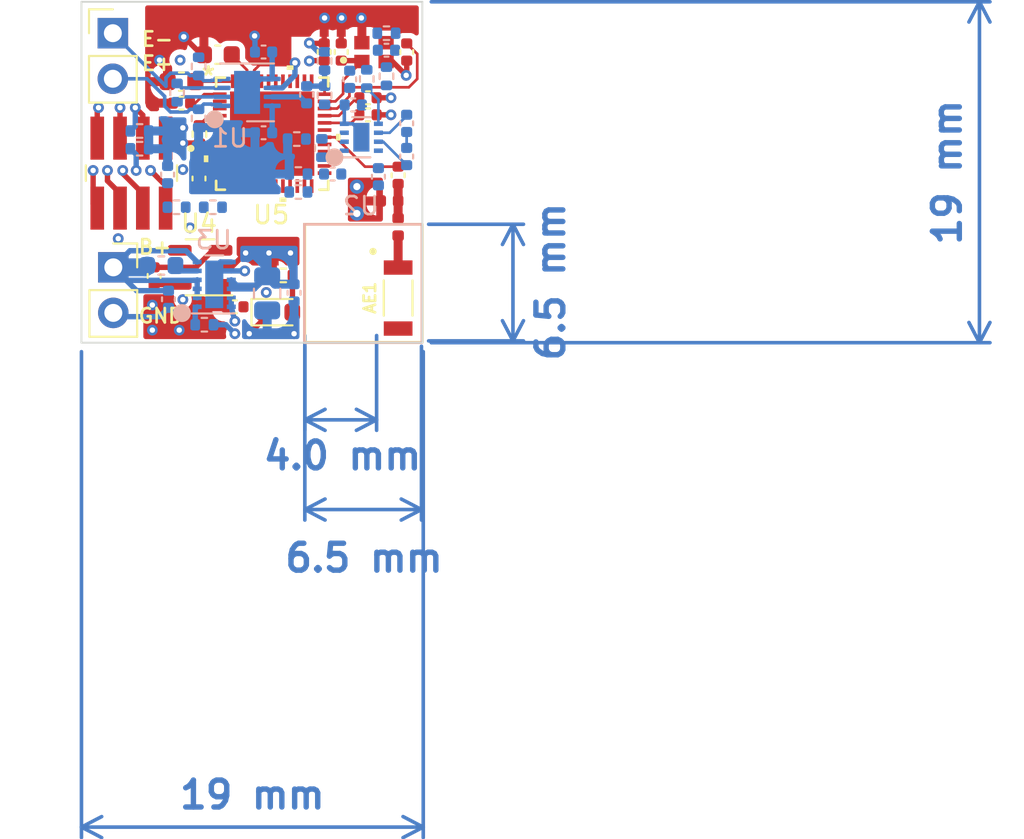
<source format=kicad_pcb>
(kicad_pcb (version 20221018) (generator pcbnew)
  (layers (0 "F.Cu" signal) (1 "In1.Cu" power) (2 "In2.Cu" power) (31 "B.Cu" signal) (34 "B.Paste" user) (35 "F.Paste" user) (36 "B.SilkS" user "B.Silkscreen") (37 "F.SilkS" user "F.Silkscreen") (38 "B.Mask" user) (39 "F.Mask" user) (44 "Edge.Cuts" user))
  (net 0 "")
  (net 1 "GND")
  (net 2 "+3V3")
  (net 3 "Net-(AE1-FEED)")
  (net 5 "Net-(BT1-+)")
  (net 6 "Net-(U1-OUT)")
  (net 7 "Net-(C1-Pad2)")
  (net 8 "Net-(U2-IN1+)")
  (net 9 "Net-(C2-Pad2)")
  (net 10 "Net-(U2-OUT2)")
  (net 11 "Net-(C3-Pad2)")
  (net 12 "Net-(U2-IN2+)")
  (net 13 "Net-(C5-Pad1)")
  (net 14 "Net-(U2-IN2-)")
  (net 15 "Net-(C7-Pad1)")
  (net 16 "STAGE_3_OUT")
  (net 17 "Net-(U4-CFLY+)")
  (net 18 "Net-(U4-CFLY-)")
  (net 19 "-3V3")
  (net 20 "Net-(U5-DEC1)")
  (net 21 "Net-(C15-Pad1)")
  (net 22 "Net-(U5-ANT)")
  (net 23 "Net-(U5-XC2)")
  (net 24 "Net-(U5-DEC3)")
  (net 25 "Net-(U5-XC1)")
  (net 26 "Net-(U5-DEC4)")
  (net 27 "Net-(U5-DEC2)")
  (net 28 "Net-(D1-A)")
  (net 29 "NRST")
  (net 30 "SWO")
  (net 31 "SWDCLK")
  (net 32 "SWDIO")
  (net 33 "Net-(U3-SW)")
  (net 34 "Net-(R3-Pad1)")
  (net 35 "Net-(R3-Pad2)")
  (net 36 "Net-(U2-IN1-)")
  (net 37 "Net-(U3-OSEL)")
  (net 38 "Net-(U5-P0.02{slash}AIN0)")
  (net 70 "/EEG-")
  (net 71 "/EEG+")
  (net 72 "Net-(U2-OUT1)")
  (footprint "Capacitor_SMD:C_0402_1005Metric" (layer "F.Cu") (at 83.3 67 180)
    (fp_text reference "C11" hide)
    (fp_text value "1uF")
  )
  (footprint "Resistor_SMD:R_0402_1005Metric" (layer "F.Cu") (at 86 65.25)
    (fp_text reference "R18" hide)
    (fp_text value "1.1k")
  )
  (footprint "Capacitor_SMD:C_0402_1005Metric" (layer "F.Cu") (at 90.72 56.3 180)
    (fp_text reference "C21" hide)
    (fp_text value "~")
  )
  (footprint "Capacitor_SMD:C_0402_1005Metric" (layer "F.Cu") (at 90.72 55.35 180)
    (fp_text reference "C17" hide)
    (fp_text value "100pF")
  )
  (footprint "Resistor_SMD:R_0402_1005Metric" (layer "F.Cu") (at 81.325 57.375 90)
    (fp_text reference "R20" hide)
    (fp_text value "10k")
  )
  (footprint "Library:XDCR_2450AT18B100E" (layer "F.Cu") (at 92.4 66.5125 -90)
    (fp_text reference "AE1")
    (fp_text value "Antenna_Chip")
  )
  (footprint "Inductor_SMD:L_0402_1005Metric" (layer "F.Cu") (at 92.4 62.55 -90)
    (fp_text reference "L2" hide)
    (fp_text value "3.3nH")
  )
  (footprint "Package_TO_SOT_SMD:SOT-23-5" (layer "F.Cu") (at 81.3625 64.8 180)
    (fp_text reference "U4")
    (fp_text value "TPS60400")
  )
  (footprint "Capacitor_SMD:C_0402_1005Metric" (layer "F.Cu") (at 81.3 59.85 90)
    (fp_text reference "C14" hide)
    (fp_text value "0.1uF")
  )
  (footprint "Connector_PinHeader_2.54mm:PinHeader_1x02_P2.54mm_Vertical" (layer "F.Cu") (at 76.5 51.75)
    (fp_text reference "J1" hide)
    (fp_text value "EEG_IN")
  )
  (footprint "ECS_320_8_37CKM:XTAL_ECS-320-8-37CKM" (layer "F.Cu") (at 91.053999 52.804001)
    (fp_text reference "Y1" hide)
    (fp_text value "32MHz")
  )
  (footprint "Capacitor_SMD:C_0402_1005Metric" (layer "F.Cu") (at 88.278999 52.799001 -90)
    (fp_text reference "C13" hide)
    (fp_text value "0.1uF")
  )
  (footprint "Capacitor_SMD:C_0402_1005Metric" (layer "F.Cu") (at 80.325 55.65 180)
    (fp_text reference "C12" hide)
    (fp_text value "0.1uF")
  )
  (footprint "Inductor_SMD:L_0402_1005Metric" (layer "F.Cu") (at 91.915 61.1)
    (fp_text reference "L3" hide)
    (fp_text value "2.7nH")
  )
  (footprint "Capacitor_SMD:C_0402_1005Metric" (layer "F.Cu") (at 92.878999 52.799001 90)
    (fp_text reference "C18" hide)
    (fp_text value "12pF")
  )
  (footprint "Capacitor_SMD:C_0603_1608Metric" (layer "F.Cu") (at 82.35 52.95 180)
    (fp_text reference "C19" hide)
    (fp_text value "1uF")
  )
  (footprint "Capacitor_SMD:C_0402_1005Metric" (layer "F.Cu") (at 89.228999 52.799001 -90)
    (fp_text reference "C16" hide)
    (fp_text value "12pF")
  )
  (footprint "Capacitor_SMD:C_0603_1608Metric" (layer "F.Cu") (at 80.325 54.45 180)
    (fp_text reference "C20" hide)
    (fp_text value "4.7uF")
  )
  (footprint "Capacitor_SMD:C_0402_1005Metric" (layer "F.Cu") (at 92.4 59.67 90)
    (fp_text reference "C15" hide)
    (fp_text value "1.2pF")
  )
  (footprint "LED_SMD:LED_0603_1608Metric" (layer "F.Cu") (at 85.7125 67.3)
    (fp_text reference "D1" hide)
    (fp_text value "LED")
  )
  (footprint "20021121_00008C4LF:AMPHENOL_20021121-00008C4LF" (layer "F.Cu") (at 77.535 59.613 -90)
    (fp_text reference "J2" hide)
    (fp_text value "20021121-00008C4LF")
  )
  (footprint "Connector_PinSocket_2.54mm:PinSocket_1x02_P2.54mm_Vertical" (layer "F.Cu") (at 76.525 64.8)
    (fp_text reference "BT1" hide)
    (fp_text value "BHSD-1225-SM")
  )
  (footprint "Capacitor_SMD:C_0402_1005Metric" (layer "F.Cu") (at 78.8 65.28 90)
    (fp_text reference "C10" hide)
    (fp_text value "1uF")
  )
  (footprint "Library:QFN-48_NOR" (layer "F.Cu") (at 85.379 57.350001)
    (fp_text reference "U5")
    (fp_text value "NRF52832-QFAA-R")
  )
  (footprint "Capacitor_SMD:C_0402_1005Metric" (layer "B.Cu") (at 89.7 54.32 -90)
    (fp_text reference "C4" hide)
    (fp_text value "0.1uF")
  )
  (footprint "Resistor_SMD:R_0402_1005Metric" (layer "B.Cu") (at 77.99 57.2)
    (fp_text reference "R17" hide)
    (fp_text value "100k")
  )
  (footprint "Resistor_SMD:R_0402_1005Metric" (layer "B.Cu") (at 81.28 56.5 -90)
    (fp_text reference "R1" hide)
    (fp_text value "68k")
  )
  (footprint "Capacitor_SMD:C_0402_1005Metric" (layer "B.Cu") (at 89.9 55.75 180)
    (fp_text reference "C24" hide)
    (fp_text value "1uF")
  )
  (footprint "Capacitor_SMD:C_0402_1005Metric" (layer "B.Cu") (at 86.6 66.22 90)
    (fp_text reference "C26" hide)
    (fp_text value "0.1uF")
  )
  (footprint "Capacitor_SMD:C_0402_1005Metric" (layer "B.Cu") (at 91.75 52.7)
    (fp_text reference "C5" hide)
    (fp_text value "0.1uF")
  )
  (footprint "Resistor_SMD:R_0402_1005Metric" (layer "B.Cu") (at 88.3 55.21 -90)
    (fp_text reference "R5" hide)
    (fp_text value "1k")
  )
  (footprint "Capacitor_SMD:C_0402_1005Metric" (layer "B.Cu") (at 91.3 59.75 90)
    (fp_text reference "C25" hide)
    (fp_text value "1uF")
  )
  (footprint "Resistor_SMD:R_0402_1005Metric" (layer "B.Cu") (at 81.28 53.6 90)
    (fp_text reference "R2" hide)
    (fp_text value "68k")
  )
  (footprint "Capacitor_SMD:C_0402_1005Metric" (layer "B.Cu") (at 79.6 66.58 90)
    (fp_text reference "C8" hide)
    (fp_text value "2.2uF")
  )
  (footprint "Package_SON:WSON-12-1EP_3x2mm_P0.5mm_EP1x2.65" (layer "B.Cu") (at 82.15 65.75)
    (fp_text reference "U3")
    (fp_text value "TPS61094" hide)
  )
  (footprint "Capacitor_SMD:C_0402_1005Metric" (layer "B.Cu") (at 84.9 52.8)
    (fp_text reference "C23" hide)
    (fp_text value "0.1uF")
  )
  (footprint "Capacitor_SMD:C_0402_1005Metric" (layer "B.Cu") (at 87.3 55.18 90)
    (fp_text reference "C1" hide)
    (fp_text value "10uF")
  )
  (footprint "Capacitor_SMD:C_0402_1005Metric" (layer "B.Cu") (at 79.55 59.63 90)
    (fp_text reference "C7" hide)
    (fp_text value "10uF")
  )
  (footprint "Capacitor_SMD:C_0805_2012Metric" (layer "B.Cu") (at 85.1 66.25 90)
    (fp_text reference "C9" hide)
    (fp_text value "33uF")
  )
  (footprint "Resistor_SMD:R_0402_1005Metric" (layer "B.Cu") (at 80.05 61.45 180)
    (fp_text reference "R14" hide)
    (fp_text value "10k")
  )
  (footprint "Inductor_SMD:L_0603_1608Metric" (layer "B.Cu") (at 79.2 64.7)
    (fp_text reference "L1" hide)
    (fp_text value "2.2uH")
  )
  (footprint "Resistor_SMD:R_0402_1005Metric" (layer "B.Cu") (at 82.075 61.45)
    (fp_text reference "R13" hide)
    (fp_text value "49.9k")
  )
  (footprint "Resistor_SMD:R_0402_1005Metric" (layer "B.Cu") (at 86.84 60.6 180)
    (fp_text reference "R10" hide)
    (fp_text value "604")
  )
  (footprint "Resistor_SMD:R_0402_1005Metric" (layer "B.Cu") (at 90.65 54.3 -90)
    (fp_text reference "R11" hide)
    (fp_text value "16k")
  )
  (footprint "Resistor_SMD:R_0402_1005Metric" (layer "B.Cu") (at 77.99 58.19 180)
    (fp_text reference "R16" hide)
    (fp_text value "100k")
  )
  (footprint "Resistor_SMD:R_0402_1005Metric" (layer "B.Cu") (at 91.75 51.75 180)
    (fp_text reference "R8" hide)
    (fp_text value "100k")
  )
  (footprint "Capacitor_SMD:C_0402_1005Metric" (layer "B.Cu") (at 84.9 57.3)
    (fp_text reference "C22" hide)
    (fp_text value "0.1uF")
  )
  (footprint "Capacitor_SMD:C_0402_1005Metric" (layer "B.Cu") (at 92.875 56.775 -90)
    (fp_text reference "C6" hide)
    (fp_text value "10nF")
  )
  (footprint "Capacitor_SMD:C_0402_1005Metric" (layer "B.Cu") (at 92.875 58.625 90)
    (fp_text reference "C3" hide)
    (fp_text value "0.1uF")
  )
  (footprint "Resistor_SMD:R_0402_1005Metric" (layer "B.Cu") (at 88.3 53.3 90)
    (fp_text reference "R4" hide)
    (fp_text value "100k")
  )
  (footprint "Resistor_SMD:R_0402_1005Metric" (layer "B.Cu") (at 80.08 55.06 90)
    (fp_text reference "R3" hide)
    (fp_text value "8.2k")
  )
  (footprint "Resistor_SMD:R_0402_1005Metric" (layer "B.Cu") (at 88.15 58.15 90)
    (fp_text reference "R6" hide)
    (fp_text value "20k")
  )
  (footprint "Package_SON:WSON-8-1EP_3x3mm_P0.5mm_EP1.45x2.4mm" (layer "B.Cu") (at 83.98 55.05)
    (fp_text reference "U1")
    (fp_text value "INA819IDRGR")
  )
  (footprint "Capacitor_SMD:C_0402_1005Metric" (layer "B.Cu") (at 88.75 59.6 180)
    (fp_text reference "C2" hide)
    (fp_text value "10uF")
  )
  (footprint "Package_SON:WSON-8-1EP_2x2mm_P0.5mm_EP0.9x1.6mm" (layer "B.Cu") (at 90.35 57.55)
    (fp_text reference "U2")
    (fp_text value "TLV9102IDSGR")
  )
  (footprint "Resistor_SMD:R_0402_1005Metric" (layer "B.Cu") (at 81.6 68)
    (fp_text reference "R19" hide)
    (fp_text value "4.75k")
  )
  (footprint "Resistor_SMD:R_0402_1005Metric" (layer "B.Cu") (at 86.84 59.6 180)
    (fp_text reference "R9" hide)
    (fp_text value "100k")
  )
  (footprint "Resistor_SMD:R_0402_1005Metric" (layer "B.Cu") (at 86.75 57.65 180)
    (fp_text reference "R7" hide)
    (fp_text value "1k")
  )
  (footprint "Resistor_SMD:R_0402_1005Metric" (layer "B.Cu") (at 91.75 54.15 -90)
    (fp_text reference "R12" hide)
    (fp_text value "2.49k")
  )
  (gr_rect (start 87.175 69) (end 93.725 62.4) (stroke (width 0.15)) (fill none) (layer "B.SilkS"))
  (gr_rect (start 87.2 62.4) (end 93.75 68.975) (stroke (width 0.15)) (fill none) (layer "F.SilkS"))
  (gr_line (start 93.75 69) (end 74.75 69) (stroke (width 0.1)) (layer "Edge.Cuts"))
  (gr_line (start 74.75 69) (end 74.75 50) (stroke (width 0.1)) (layer "Edge.Cuts"))
  (gr_line (start 93.75 50) (end 93.75 69) (stroke (width 0.1)) (layer "Edge.Cuts"))
  (gr_line (start 74.75 50) (end 93.75 50) (stroke (width 0.1)) (layer "Edge.Cuts"))
  (gr_text "B+" (at 77.855 64.135) (layer "F.SilkS") (effects (font (size 0.8 0.8) (thickness 0.15) bold) (justify left bottom)))
  (gr_text "E-" (at 78.025 52.55) (layer "F.SilkS") (effects (font (size 0.8 0.8) (thickness 0.15) bold) (justify left bottom)))
  (gr_text "E+" (at 78.025 53.9) (layer "F.SilkS") (effects (font (size 0.8 0.8) (thickness 0.15) bold) (justify left bottom)))
  (gr_text "GND" (at 77.85 67.975) (layer "F.SilkS") (effects (font (size 0.8 0.8) (thickness 0.15) bold) (justify left bottom)))
  (dimension (type aligned) (layer "B.Cu") (pts (xy 74.75 69) (xy 93.8 69)) (height 27) (gr_text "19 mm" (at 84.275 94.2) (layer "B.Cu") (effects (font (size 1.5 1.5) (thickness 0.3)))) (format (prefix "") (suffix "") (units 3) (units_format 1) (precision 0)) (style (thickness 0.2) (arrow_length 1.27) (text_position_mode 0) (extension_height 0.58642) (extension_offset 0.5) keep_text_aligned))
  (dimension (type aligned) (layer "B.Cu") (pts (xy 93.6 68.9) (xy 93.6 62.4)) (height 5.2) (gr_text "6.5 mm" (at 100.9 65.6 90) (layer "B.Cu") (effects (font (size 1.5 1.5) (thickness 0.3)))) (format (prefix "") (suffix "") (units 3) (units_format 1) (precision 1)) (style (thickness 0.2) (arrow_length 1.27) (text_position_mode 2) (extension_height 0.58642) (extension_offset 0.5) keep_text_aligned))
  (dimension (type aligned) (layer "B.Cu") (pts (xy 93.75 50) (xy 93.75 69)) (height -31.05) (gr_text "19 mm" (at 123 59.5 90) (layer "B.Cu") (effects (font (size 1.5 1.5) (thickness 0.3)))) (format (prefix "") (suffix "") (units 3) (units_format 1) (precision 0)) (style (thickness 0.2) (arrow_length 1.27) (text_position_mode 0) (extension_height 0.58642) (extension_offset 0.5) keep_text_aligned))
  (dimension (type aligned) (layer "B.Cu") (pts (xy 91.2 68.1) (xy 87.2 68.1)) (height -5.2) (gr_text "4.0 mm" (at 89.3 75.3) (layer "B.Cu") (effects (font (size 1.5 1.5) (thickness 0.3)))) (format (prefix "") (suffix "") (units 3) (units_format 1) (precision 1)) (style (thickness 0.2) (arrow_length 1.27) (text_position_mode 2) (extension_height 0.58642) (extension_offset 0.5) keep_text_aligned))
  (dimension (type aligned) (layer "B.Cu") (pts (xy 93.7 68.7) (xy 87.2 68.7)) (height -9.6) (gr_text "6.5 mm" (at 90.5 81) (layer "B.Cu") (effects (font (size 1.5 1.5) (thickness 0.3)))) (format (prefix "") (suffix "") (units 3) (units_format 1) (precision 1)) (style (thickness 0.2) (arrow_length 1.27) (text_position_mode 2) (extension_height 0.58642) (extension_offset 0.5) keep_text_aligned))
  (segment (start 89.228999 52.319001) (end 89.228999 50.921001) (width 0.3) (layer "F.Cu") (net 1))
  (segment (start 88.278999 50.921001) (end 88.3 50.9) (width 0.3) (layer "F.Cu") (net 1))
  (segment (start 90.378999 52.279001) (end 90.378999 50.928999) (width 0.3) (layer "F.Cu") (net 1))
  (segment (start 84.845402 53.35) (end 85.3 53.35) (width 0.15) (layer "F.Cu") (net 1))
  (segment (start 92.878999 54.071001) (end 92.85 54.1) (width 0.3) (layer "F.Cu") (net 1))
  (segment (start 91.728999 53.329001) (end 92.079001 53.329001) (width 0.3) (layer "F.Cu") (net 1))
  (segment (start 84.378999 53.816403) (end 84.845402 53.35) (width 0.15) (layer "F.Cu") (net 1))
  (segment (start 84.378999 54.429001) (end 84.378999 56.35) (width 0.15) (layer "F.Cu") (net 1))
  (segment (start 81.45 52.95) (end 80.45 51.95) (width 0.3) (layer "F.Cu") (net 1))
  (segment (start 81.575 52.95) (end 81.45 52.95) (width 0.3) (layer "F.Cu") (net 1))
  (segment (start 87.469001 52.319001) (end 87.45 52.3) (width 0.3) (layer "F.Cu") (net 1))
  (segment (start 79.55 54.45) (end 79.55 53.7) (width 0.5) (layer "F.Cu") (net 1))
  (segment (start 84.925 67.675) (end 84.1 68.5) (width 0.3) (layer "F.Cu") (net 1))
  (segment (start 84.378999 56.35) (end 85.379 57.350001) (width 0.15) (layer "F.Cu") (net 1))
  (segment (start 76.9 57.6) (end 76.9 55.9) (width 0.3) (layer "F.Cu") (net 1))
  (segment (start 89.228999 50.921001) (end 89.25 50.9) (width 0.3) (layer "F.Cu") (net 1))
  (segment (start 84.925 67.3) (end 84.925 67.675) (width 0.3) (layer "F.Cu") (net 1))
  (segment (start 92.079001 53.329001) (end 92.85 54.1) (width 0.3) (layer "F.Cu") (net 1))
  (segment (start 92 55.35) (end 91.2 55.35) (width 0.3) (layer "F.Cu") (net 1))
  (segment (start 84.378999 54.429001) (end 84.378999 53.816403) (width 0.15) (layer "F.Cu") (net 1))
  (segment (start 92 56.3) (end 91.2 56.3) (width 0.3) (layer "F.Cu") (net 1))
  (segment (start 88.278999 52.319001) (end 88.278999 50.921001) (width 0.3) (layer "F.Cu") (net 1))
  (segment (start 88.278999 52.319001) (end 87.469001 52.319001) (width 0.3) (layer "F.Cu") (net 1))
  (segment (start 79.55 53.7) (end 79.1 53.25) (width 0.5) (layer "F.Cu") (net 1))
  (segment (start 79 55.65) (end 79.845 55.65) (width 0.3) (layer "F.Cu") (net 1))
  (segment (start 92.878999 53.279001) (end 92.878999 54.071001) (width 0.3) (layer "F.Cu") (net 1))
  (segment (start 90.378999 50.928999) (end 90.35 50.9) (width 0.3) (layer "F.Cu") (net 1))
  (via (at 87.45 52.3) (size 0.6) (drill 0.3) (layers "F.Cu" "B.Cu") (net 1))
  (via (at 92 55.35) (size 0.6) (drill 0.3) (layers "F.Cu" "B.Cu") (net 1))
  (via (at 92 56.3) (size 0.6) (drill 0.3) (layers "F.Cu" "B.Cu") (net 1))
  (via (at 83.85 65) (size 0.6) (drill 0.3) (layers "F.Cu" "B.Cu") (net 1))
  (via (at 80.8 62.6) (size 0.6) (drill 0.3) (layers "F.Cu" "B.Cu") (net 1))
  (via (at 86.65 53.4) (size 0.6) (drill 0.3) (layers "F.Cu" "B.Cu") (net 1))
  (via (at 88.3 50.9) (size 0.6) (drill 0.3) (layers "F.Cu" "B.Cu") (net 1))
  (via (at 77.8 59.4) (size 0.6) (drill 0.3) (layers "F.Cu" "B.Cu") (net 1))
  (via (at 90.35 50.9) (size 0.6) (drill 0.3) (layers "F.Cu" "B.Cu") (net 1))
  (via (at 92.85 54.1) (size 0.6) (drill 0.3) (layers "F.Cu" "B.Cu") (net 1))
  (via (at 85.05 66.2) (size 0.6) (drill 0.3) (layers "F.Cu" "B.Cu") (net 1))
  (via (at 80.4 66.6) (size 0.6) (drill 0.3) (layers "F.Cu" "B.Cu") (net 1))
  (via (at 84.4 51.9) (size 0.6) (drill 0.3) (layers "F.Cu" "B.Cu") (net 1))
  (via (at 89.25 50.9) (size 0.6) (drill 0.3) (layers "F.Cu" "B.Cu") (net 1))
  (via (at 76.8 63.2) (size 0.6) (drill 0.3) (layers "F.Cu" "B.Cu") (net 1))
  (via (at 83.3 68.5) (size 0.6) (drill 0.3) (layers "F.Cu" "B.Cu") (net 1))
  (via (at 76.9 55.9) (size 0.6) (drill 0.3) (layers "F.Cu" "B.Cu") (net 1))
  (via (at 90.1 60.3) (size 0.8) (drill 0.4) (layers "F.Cu" "B.Cu") (net 1))
  (via (at 80.4 59.35) (size 0.6) (drill 0.3) (layers "F.Cu" "B.Cu") (net 1))
  (via (at 90.1 61.8) (size 0.8) (drill 0.4) (layers "F.Cu" "B.Cu") (net 1))
  (via (at 84.1 68.5) (size 0.6) (drill 0.3) (layers "F.Cu" "B.Cu") (net 1))
  (via (at 83.3 67.8) (size 0.6) (drill 0.3) (layers "F.Cu" "B.Cu") (net 1))
  (via (at 79.1 53.25) (size 0.6) (drill 0.3) (layers "F.Cu" "B.Cu") (net 1))
  (via (at 80.45 51.95) (size 0.6) (drill 0.3) (layers "F.Cu" "B.Cu") (net 1))
  (via (at 86.6 68.5) (size 0.6) (drill 0.3) (layers "F.Cu" "B.Cu") (net 1))
  (segment (start 83.9 65) (end 83.1 65) (width 0.3) (layer "B.Cu") (net 1))
  (segment (start 82.8 68) (end 83.3 68.5) (width 0.3) (layer "B.Cu") (net 1))
  (segment (start 83.1 66.5) (end 83.1 67) (width 0.3) (layer "B.Cu") (net 1))
  (segment (start 85.940096 54.8) (end 86.65 54.090096) (width 0.3) (layer "B.Cu") (net 1))
  (segment (start 85.38 54.8) (end 85.940096 54.8) (width 0.3) (layer "B.Cu") (net 1))
  (segment (start 79.11 67.55) (end 76.735 67.55) (width 0.3) (layer "B.Cu") (net 1))
  (segment (start 82.5 65.4) (end 82.5 64.5) (width 0.3) (layer "B.Cu") (net 1))
  (segment (start 88.3 52.79) (end 87.94 52.79) (width 0.3) (layer "B.Cu") (net 1))
  (segment (start 82.5 64.5) (end 83.1 64.5) (width 0.3) (layer "B.Cu") (net 1))
  (segment (start 82.525 65) (end 83.1 65) (width 0.3) (layer "B.Cu") (net 1))
  (segment (start 77.48 58.19) (end 77.8 58.51) (width 0.3) (layer "B.Cu") (net 1))
  (segment (start 83.1 67) (end 83.3 67.8) (width 0.3) (layer "B.Cu") (net 1))
  (segment (start 86.65 54.090096) (end 86.65 53.4) (width 0.3) (layer "B.Cu") (net 1))
  (segment (start 77.8 58.51) (end 77.8 59.4) (width 0.3) (layer "B.Cu") (net 1))
  (segment (start 82.15 65.75) (end 82.5 65.4) (width 0.3) (layer "B.Cu") (net 1))
  (segment (start 82.15 65.375) (end 82.525 65) (width 0.3) (layer "B.Cu") (net 1))
  (segment (start 84.42 51.92) (end 84.4 51.9) (width 0.3) (layer "B.Cu") (net 1))
  (segment (start 84.42 52.8) (end 84.42 51.92) (width 0.3) (layer "B.Cu") (net 1))
  (segment (start 82.15 65.75) (end 82.15 65.375) (width 0.3) (layer "B.Cu") (net 1))
  (segment (start 79.6 67.06) (end 79.11 67.55) (width 0.3) (layer "B.Cu") (net 1))
  (segment (start 87.94 52.79) (end 87.45 52.3) (width 0.3) (layer "B.Cu") (net 1))
  (segment (start 76.735 67.55) (end 76.525 67.34) (width 0.3) (layer "B.Cu") (net 1))
  (segment (start 82.11 68) (end 82.8 68) (width 0.3) (layer "B.Cu") (net 1))
  (segment (start 83.1 64.8) (end 83.9 64) (width 0.3) (layer "F.Cu") (net 2))
  (segment (start 81.1 54.45) (end 83.158 54.45) (width 0.15) (layer "F.Cu") (net 2))
  (segment (start 83.158 54.45) (end 83.178999 54.429001) (width 0.15) (layer "F.Cu") (net 2))
  (segment (start 78.17 57.6) (end 78.17 56.32) (width 0.3) (layer "F.Cu") (net 2))
  (segment (start 88.278999 53.279001) (end 87.470999 53.279001) (width 0.3) (layer "F.Cu") (net 2))
  (segment (start 87.470999 53.279001) (end 87.45 53.3) (width 0.3) (layer "F.Cu") (net 2))
  (segment (start 85.49 65.25) (end 85.49 64.29) (width 0.3) (layer "F.Cu") (net 2))
  (segment (start 88.3 53.300002) (end 88.278999 53.279001) (width 0.15) (layer "F.Cu") (net 2))
  (segment (start 78.17 56.32) (end 77.75 55.9) (width 0.3) (layer "F.Cu") (net 2))
  (segment (start 85.49 64.29) (end 85.2 64) (width 0.3) (layer "F.Cu") (net 2))
  (segment (start 88.278999 55.128999) (end 88.3 55.15) (width 0.15) (layer "F.Cu") (net 2))
  (segment (start 82.5 64.8) (end 83.1 64.8) (width 0.3) (layer "F.Cu") (net 2))
  (segment (start 88.3 55.15) (end 88.3 53.300002) (width 0.15) (layer "F.Cu") (net 2))
  (via (at 83.9 64) (size 0.6) (drill 0.3) (layers "F.Cu" "B.Cu") (net 2))
  (via (at 77.75 55.9) (size 0.6) (drill 0.3) (layers "F.Cu" "B.Cu") (net 2))
  (via (at 87.45 53.3) (size 0.6) (drill 0.3) (layers "F.Cu" "B.Cu") (net 2))
  (via (at 86.4 64) (size 0.6) (drill 0.3) (layers "F.Cu" "B.Cu") (net 2))
  (via (at 85.2 64) (size 0.6) (drill 0.3) (layers "F.Cu" "B.Cu") (net 2))
  (via (at 80.25 53.25) (size 0.6) (drill 0.3) (layers "F.Cu" "B.Cu") (net 2))
  (segment (start 77.48 57.2) (end 77.75 56.93) (width 0.3) (layer "B.Cu") (net 2))
  (segment (start 84.4 66) (end 85.1 65.3) (width 0.3) (layer "B.Cu") (net 2))
  (segment (start 83.1 65.5) (end 83.399938 65.799938) (width 0.3) (layer "B.Cu") (net 2))
  (segment (start 84.600062 65.799938) (end 85.1 65.3) (width 0.3) (layer "B.Cu") (net 2))
  (segment (start 85.1 65.3) (end 85.1 64.8) (width 0.5) (layer "B.Cu") (net 2))
  (segment (start 85.1 64.8) (end 84.3 64) (width 0.5) (layer "B.Cu") (net 2))
  (segment (start 85.54 65.74) (end 85.1 65.3) (width 0.5) (layer "B.Cu") (net 2))
  (segment (start 77.75 56.93) (end 77.75 55.9) (width 0.3) (layer "B.Cu") (net 2))
  (segment (start 86.6 65.74) (end 85.54 65.74) (width 0.5) (layer "B.Cu") (net 2))
  (segment (start 83.1 65.5) (end 83.1 66) (width 0.3) (layer "B.Cu") (net 2))
  (segment (start 85.38 57.3) (end 85.38 55.8) (width 0.3) (layer "B.Cu") (net 2))
  (segment (start 83.1 66) (end 84.4 66) (width 0.3) (layer "B.Cu") (net 2))
  (segment (start 83.399938 65.799938) (end 84.600062 65.799938) (width 0.3) (layer "B.Cu") (net 2))
  (segment (start 84.3 64) (end 83.9 64) (width 0.5) (layer "B.Cu") (net 2))
  (segment (start 92.4 63.035) (end 92.4 64.8125) (width 0.5) (layer "F.Cu") (net 3))
  (segment (start 77.825 66.1) (end 76.525 64.8) (width 0.3) (layer "B.Cu") (net 5))
  (segment (start 81.2 65.5) (end 81.175 65.525) (width 0.3) (layer "B.Cu") (net 5))
  (segment (start 77.25 65.525) (end 76.525 64.8) (width 0.3) (layer "B.Cu") (net 5))
  (segment (start 76.525 64.8) (end 78.3125 64.8) (width 1) (layer "B.Cu") (net 5))
  (segment (start 77.45 63.875) (end 76.525 64.8) (width 0.3) (layer "B.Cu") (net 5))
  (segment (start 80.575 63.875) (end 77.45 63.875) (width 0.3) (layer "B.Cu") (net 5))
  (segment (start 81.2 64.5) (end 80.575 63.875) (width 0.3) (layer "B.Cu") (net 5))
  (segment (start 78.3125 64.8) (end 78.4125 64.7) (width 1) (layer "B.Cu") (net 5))
  (segment (start 81.2 66.5) (end 81.2 65.5) (width 0.3) (layer "B.Cu") (net 5))
  (segment (start 81.175 65.525) (end 77.25 65.525) (width 0.3) (layer "B.Cu") (net 5))
  (segment (start 79.6 66.1) (end 77.825 66.1) (width 0.3) (layer "B.Cu") (net 5))
  (segment (start 85.38 55.3) (end 86.94 55.3) (width 0.3) (layer "B.Cu") (net 6))
  (segment (start 86.94 55.3) (end 87.3 55.66) (width 0.3) (layer "B.Cu") (net 6))
  (segment (start 87.3 54.7) (end 88.3 54.7) (width 0.3) (layer "B.Cu") (net 7))
  (segment (start 88.3 54.7) (end 88.3 53.81) (width 0.3) (layer "B.Cu") (net 7))
  (segment (start 92.875 59.105) (end 91.57 57.8) (width 0.15) (layer "B.Cu") (net 10))
  (segment (start 91.57 57.8) (end 91.3 57.8) (width 0.15) (layer "B.Cu") (net 10))
  (segment (start 92.875 57.255) (end 92.875 58.145) (width 0.15) (layer "B.Cu") (net 11))
  (segment (start 91.3 55.46) (end 90.65 54.81) (width 0.15) (layer "B.Cu") (net 12))
  (segment (start 91.3 56.8) (end 91.3 55.46) (width 0.15) (layer "B.Cu") (net 12))
  (segment (start 91.92922 57.3) (end 91.3 57.3) (width 0.15) (layer "B.Cu") (net 14))
  (segment (start 92.875 56.35422) (end 91.92922 57.3) (width 0.15) (layer "B.Cu") (net 14))
  (segment (start 92.875 56.295) (end 92.875 56.35422) (width 0.15) (layer "B.Cu") (net 14))
  (segment (start 81.315 57.875) (end 81.325 57.885) (width 0.3) (layer "F.Cu") (net 16))
  (segment (start 80.4 57.875) (end 81.315 57.875) (width 0.3) (layer "F.Cu") (net 16))
  (segment (start 80.015 57.025) (end 79.44 57.6) (width 0.3) (layer "F.Cu") (net 16))
  (segment (start 80.4 57.025) (end 80.015 57.025) (width 0.3) (layer "F.Cu") (net 16))
  (via (at 80.4 57.025) (size 0.6) (drill 0.3) (layers "F.Cu" "B.Cu") (net 16))
  (via (at 80.4 57.875) (size 0.6) (drill 0.3) (layers "F.Cu" "B.Cu") (net 16))
  (segment (start 78.8 65.76) (end 80.215 65.76) (width 0.3) (layer "F.Cu") (net 17))
  (segment (start 80.215 65.76) (end 80.225 65.75) (width 0.3) (layer "F.Cu") (net 17))
  (segment (start 81.126238 64.8) (end 82.076238 63.85) (width 0.3) (layer "F.Cu") (net 18))
  (segment (start 82.076238 63.85) (end 82.5 63.85) (width 0.3) (layer "F.Cu") (net 18))
  (segment (start 78.8 64.8) (end 81.126238 64.8) (width 0.3) (layer "F.Cu") (net 18))
  (segment (start 82.82 66.07) (end 82.5 65.75) (width 0.5) (layer "F.Cu") (net 19))
  (segment (start 75.63 57.6) (end 75.63 55.97) (width 0.3) (layer "F.Cu") (net 19))
  (segment (start 82.82 67) (end 82.82 66.07) (width 0.5) (layer "F.Cu") (net 19))
  (segment (start 75.63 55.97) (end 75.7 55.9) (width 0.3) (layer "F.Cu") (net 19))
  (via (at 78.7 66.9) (size 0.6) (drill 0.3) (layers "F.Cu" "B.Cu") (net 19))
  (via (at 80.2 68.3) (size 0.6) (drill 0.3) (layers "F.Cu" "B.Cu") (net 19))
  (via (at 78.7 68.3) (size 0.6) (drill 0.3) (layers "F.Cu" "B.Cu") (net 19))
  (via (at 75.7 55.9) (size 0.6) (drill 0.3) (layers "F.Cu" "B.Cu") (net 19))
  (segment (start 85.38 52.8) (end 85.38 54.3) (width 0.3) (layer "B.Cu") (net 19))
  (segment (start 84.73 54.3) (end 83.98 55.05) (width 0.3) (layer "B.Cu") (net 19))
  (segment (start 89.4 55.77) (end 89.42 55.75) (width 0.2) (layer "B.Cu") (net 19))
  (segment (start 89.4 56.8) (end 89.4 55.77) (width 0.2) (layer "B.Cu") (net 19))
  (segment (start 85.38 54.3) (end 84.73 54.3) (width 0.3) (layer "B.Cu") (net 19))
  (segment (start 90.35 57.275) (end 89.875 56.8) (width 0.2) (layer "B.Cu") (net 19))
  (segment (start 89.875 56.8) (end 89.4 56.8) (width 0.2) (layer "B.Cu") (net 19))
  (segment (start 90.35 57.55) (end 90.35 57.275) (width 0.2) (layer "B.Cu") (net 19))
  (segment (start 82.458 55.15) (end 81.588342 55.15) (width 0.15) (layer "F.Cu") (net 20))
  (segment (start 81.088342 55.65) (end 80.805 55.65) (width 0.15) (layer "F.Cu") (net 20))
  (segment (start 81.588342 55.15) (end 81.088342 55.65) (width 0.15) (layer "F.Cu") (net 20))
  (segment (start 92.4 62.065) (end 92.4 60.15) (width 0.5) (layer "F.Cu") (net 21))
  (segment (start 88.912601 57.550001) (end 90.5526 59.19) (width 0.15) (layer "F.Cu") (net 22))
  (segment (start 90.5526 59.19) (end 92.4 59.19) (width 0.15) (layer "F.Cu") (net 22))
  (segment (start 88.3 57.550001) (end 88.912601 57.550001) (width 0.15) (layer "F.Cu") (net 22))
  (segment (start 88.905024 55.550002) (end 89.335 55.120026) (width 0.15) (layer "F.Cu") (net 23))
  (segment (start 89.228999 53.279001) (end 90.328999 53.279001) (width 0.3) (layer "F.Cu") (net 23))
  (segment (start 89.335 55.120026) (end 89.335 54.373) (width 0.15) (layer "F.Cu") (net 23))
  (segment (start 88.3 55.550002) (end 88.905024 55.550002) (width 0.15) (layer "F.Cu") (net 23))
  (segment (start 90.328999 53.279001) (end 90.378999 53.329001) (width 0.3) (layer "F.Cu") (net 23))
  (segment (start 89.335 54.373) (end 90.378999 53.329001) (width 0.15) (layer "F.Cu") (net 23))
  (segment (start 90.24 55.35) (end 90.094974 55.35) (width 0.15) (layer "F.Cu") (net 24))
  (segment (start 89.094974 56.35) (end 88.3 56.35) (width 0.15) (layer "F.Cu") (net 24))
  (segment (start 90.094974 55.35) (end 89.094974 56.35) (width 0.15) (layer "F.Cu") (net 24))
  (segment (start 89.685 55.265) (end 88.999999 55.950001) (width 0.15) (layer "F.Cu") (net 25))
  (segment (start 93.463999 52.904001) (end 93.463999 54.299174) (width 0.15) (layer "F.Cu") (net 25))
  (segment (start 93.463999 54.299174) (end 92.998173 54.765) (width 0.15) (layer "F.Cu") (net 25))
  (segment (start 92.878999 52.319001) (end 93.463999 52.904001) (width 0.15) (layer "F.Cu") (net 25))
  (segment (start 89.685 55.00422) (end 89.685 55.265) (width 0.15) (layer "F.Cu") (net 25))
  (segment (start 92.998173 54.765) (end 89.92422 54.765) (width 0.15) (layer "F.Cu") (net 25))
  (segment (start 88.999999 55.950001) (end 88.3 55.950001) (width 0.15) (layer "F.Cu") (net 25))
  (segment (start 89.92422 54.765) (end 89.685 55.00422) (width 0.15) (layer "F.Cu") (net 25))
  (segment (start 83.125 52.95) (end 83.979 53.804) (width 0.15) (layer "F.Cu") (net 26))
  (segment (start 83.979 53.804) (end 83.979 54.429001) (width 0.15) (layer "F.Cu") (net 26))
  (segment (start 88.3 56.750002) (end 89.789998 56.750002) (width 0.15) (layer "F.Cu") (net 27))
  (segment (start 89.789998 56.750002) (end 90.24 56.3) (width 0.15) (layer "F.Cu") (net 27))
  (segment (start 86.51 67.29) (end 86.5 67.3) (width 0.3) (layer "F.Cu") (net 28))
  (segment (start 86.51 65.25) (end 86.51 67.29) (width 0.3) (layer "F.Cu") (net 28))
  (segment (start 75.4 59.4) (end 75.4 61.27) (width 0.3) (layer "F.Cu") (net 29))
  (segment (start 75.4 61.27) (end 75.63 61.5) (width 0.3) (layer "F.Cu") (net 29))
  (via (at 75.4 59.4) (size 0.6) (drill 0.3) (layers "F.Cu" "B.Cu") (net 29))
  (segment (start 76.9 60.68) (end 76.9 61.5) (width 0.3) (layer "F.Cu") (net 30))
  (segment (start 76.2 59.4) (end 76.2 59.98) (width 0.3) (layer "F.Cu") (net 30))
  (segment (start 76.2 59.98) (end 76.9 60.68) (width 0.3) (layer "F.Cu") (net 30))
  (via (at 76.2 59.4) (size 0.6) (drill 0.3) (layers "F.Cu" "B.Cu") (net 30))
  (segment (start 77.05 59.4) (end 77.05 59.569239) (width 0.3) (layer "F.Cu") (net 31))
  (segment (start 78.17 60.689239) (end 78.17 61.5) (width 0.3) (layer "F.Cu") (net 31))
  (segment (start 77.05 59.569239) (end 78.17 60.689239) (width 0.3) (layer "F.Cu") (net 31))
  (via (at 77.05 59.4) (size 0.6) (drill 0.3) (layers "F.Cu" "B.Cu") (net 31))
  (segment (start 79.44 60.24) (end 79.44 61.5) (width 0.3) (layer "F.Cu") (net 32))
  (segment (start 78.6 59.4) (end 79.44 60.24) (width 0.3) (layer "F.Cu") (net 32))
  (via (at 78.6 59.4) (size 0.6) (drill 0.3) (layers "F.Cu" "B.Cu") (net 32))
  (segment (start 81.2 65) (end 80.2875 65) (width 0.3) (layer "B.Cu") (net 33))
  (segment (start 80.2875 65) (end 79.9875 64.7) (width 0.3) (layer "B.Cu") (net 33))
  (segment (start 82.58 55.3) (end 80.35 55.3) (width 0.2) (layer "B.Cu") (net 34))
  (segment (start 80.35 55.3) (end 80.08 55.57) (width 0.2) (layer "B.Cu") (net 34))
  (segment (start 82.58 54.8) (end 80.33 54.8) (width 0.2) (layer "B.Cu") (net 35))
  (segment (start 80.33 54.8) (end 80.08 54.55) (width 0.2) (layer "B.Cu") (net 35))
  (segment (start 81.09 67.11) (end 81.2 67) (width 0.3) (layer "B.Cu") (net 37))
  (segment (start 81.09 68) (end 81.09 67.11) (width 0.3) (layer "B.Cu") (net 37))
  (segment (start 81.84 56.35) (end 81.325 56.865) (width 0.15) (layer "F.Cu") (net 38))
  (segment (start 82.458 56.35) (end 81.84 56.35) (width 0.15) (layer "F.Cu") (net 38))
  (segment (start 82.505 54.375) (end 82.58 54.3) (width 0.2) (layer "B.Cu") (net 70))
  (segment (start 80.669999 53.98) (end 80.799999 54.11) (width 0.2) (layer "B.Cu") (net 70))
  (segment (start 76.5 51.75) (end 79.46 54.71) (width 0.2) (layer "B.Cu") (net 70))
  (segment (start 79.711076 53.98) (end 80.669999 53.98) (width 0.2) (layer "B.Cu") (net 70))
  (segment (start 82.015614 54.375) (end 82.505 54.375) (width 0.2) (layer "B.Cu") (net 70))
  (segment (start 79.46 54.71) (end 79.46 54.231076) (width 0.2) (layer "B.Cu") (net 70))
  (segment (start 81.28 54.11) (end 81.57 54.4) (width 0.2) (layer "B.Cu") (net 70))
  (segment (start 81.57 54.4) (end 81.990614 54.4) (width 0.2) (layer "B.Cu") (net 70))
  (segment (start 79.46 54.231076) (end 79.711076 53.98) (width 0.2) (layer "B.Cu") (net 70))
  (segment (start 80.799999 54.11) (end 81.28 54.11) (width 0.2) (layer "B.Cu") (net 70))
  (segment (start 81.990614 54.4) (end 82.015614 54.375) (width 0.2) (layer "B.Cu") (net 70))
  (segment (start 76.5 54.29) (end 78.403603 54.29) (width 0.2) (layer "B.Cu") (net 71))
  (segment (start 78.403603 54.29) (end 79.388603 55.275) (width 0.2) (layer "B.Cu") (net 71))
  (segment (start 80.649999 56.14) (end 80.799999 55.99) (width 0.2) (layer "B.Cu") (net 71))
  (segment (start 79.711076 56.14) (end 80.649999 56.14) (width 0.2) (layer "B.Cu") (net 71))
  (segment (start 81.28 55.99) (end 81.57 55.7) (width 0.2) (layer "B.Cu") (net 71))
  (segment (start 80.799999 55.99) (end 81.28 55.99) (width 0.2) (layer "B.Cu") (net 71))
  (segment (start 79.388603 55.817527) (end 79.711076 56.14) (width 0.2) (layer "B.Cu") (net 71))
  (segment (start 82.505 55.725) (end 82.58 55.8) (width 0.2) (layer "B.Cu") (net 71))
  (segment (start 81.57 55.7) (end 81.990614 55.7) (width 0.2) (layer "B.Cu") (net 71))
  (segment (start 82.015614 55.725) (end 82.505 55.725) (width 0.2) (layer "B.Cu") (net 71))
  (segment (start 79.388603 55.275) (end 79.388603 55.817527) (width 0.2) (layer "B.Cu") (net 71))
  (segment (start 81.990614 55.7) (end 82.015614 55.725) (width 0.2) (layer "B.Cu") (net 71))
  (zone (net 1) (net_name "GND") (layer "F.Cu") (priority 2) (connect_pads (clearance 0.3)) (min_thickness 0.25) (fill yes (thermal_gap 0.5) (thermal_bridge_width 0.5))
    (polygon (pts (xy 78.3 49.95) (xy 93.75 49.95) (xy 93.75 51.95) (xy 86.45 51.95) (xy 86.45 53.6) (xy 80.35 53.6) (xy 80.35 56.1) (xy 78.3 56.1)))
  )
  (zone (net 1) (net_name "GND") (layer "F.Cu") (name "antennaKeepOut") (priority 6) (connect_pads (clearance 0)) (min_thickness 0.25) (fill yes (thermal_gap 0.5) (thermal_bridge_width 0.5))
    (polygon (pts (xy 91.55 62.25) (xy 89.6 62.25) (xy 89.6 59.8) (xy 91.55 59.8)))
  )
  (zone (net 19) (net_name "-3V3") (layer "F.Cu") (priority 5) (connect_pads (clearance 0)) (min_thickness 0.25) (fill yes (thermal_gap 0.5) (thermal_bridge_width 0.5))
    (polygon (pts (xy 78.2 69) (xy 82.9 69) (xy 82.9 66.3) (xy 78.2 66.3)))
  )
  (zone (net 2) (net_name "+3V3") (layer "F.Cu") (name "antennaKeepOut") (priority 9) (connect_pads (clearance 0)) (min_thickness 0.25) (fill yes (thermal_gap 0.5) (thermal_bridge_width 0.5))
    (polygon (pts (xy 83.4 63.1) (xy 86.9 63.1) (xy 86.9 64.7) (xy 83.4 64.7)))
  )
  (zone (net 0) (net_name "") (layers "F.Cu" "In1.Cu" "In2.Cu" "B.Cu") (name "antennaKeepOut") (connect_pads (clearance 0)) (min_thickness 0.25)
    (keepout (tracks allowed) (vias not_allowed) (pads allowed) (copperpour not_allowed) (footprints allowed))
    (fill (thermal_gap 0.5) (thermal_bridge_width 0.5))
    (polygon (pts (xy 93.8 62.4) (xy 93.8 69) (xy 87.2 69) (xy 87.2 62.4)))
  )
  (zone (net 1) (net_name "GND") (layer "B.Cu") (name "antennaKeepOut") (priority 7) (connect_pads (clearance 0)) (min_thickness 0.25) (fill yes (thermal_gap 0.5) (thermal_bridge_width 0.5))
    (polygon (pts (xy 80.75 60.725) (xy 86.65 60.725) (xy 86.65 56.6) (xy 80.75 56.6)))
  )
  (zone (net 2) (net_name "+3V3") (layer "B.Cu") (priority 4) (connect_pads (clearance 0)) (min_thickness 0.25) (fill yes (thermal_gap 0.5) (thermal_bridge_width 0.5))
    (polygon (pts (xy 86.8 66.1) (xy 84.1 66.1) (xy 84.1 64.6) (xy 83.6 64.6) (xy 83.6 63.6) (xy 86.8 63.6)))
  )
  (zone (net 1) (net_name "GND") (layer "B.Cu") (priority 3) (connect_pads (clearance 0)) (min_thickness 0.25) (fill yes (thermal_gap 0.5) (thermal_bridge_width 0.5))
    (polygon (pts (xy 83.7 66.7) (xy 83.7 69) (xy 86.9 69) (xy 86.9 66.7)))
  )
  (zone (net 16) (net_name "STAGE_3_OUT") (layer "B.Cu") (name "antennaKeepOut") (priority 8) (connect_pads (clearance 0)) (min_thickness 0.25) (fill yes (thermal_gap 0.5) (thermal_bridge_width 0.5))
    (polygon (pts (xy 80.6 56.375) (xy 78.075 56.375) (xy 78.075 58.975) (xy 78.975 58.975) (xy 78.975 59.55) (xy 80.6 59.55)))
  )
)
</source>
